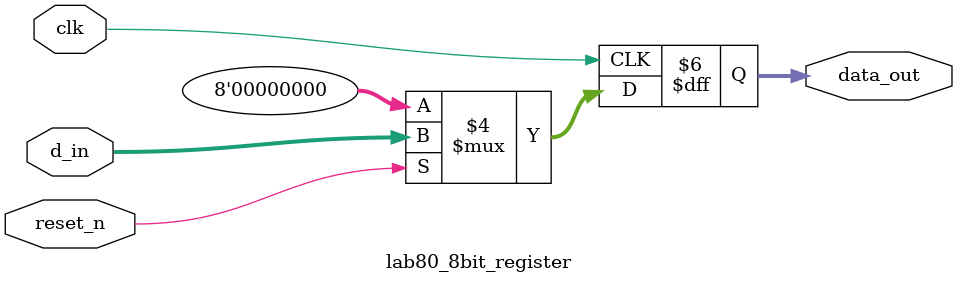
<source format=v>
`timescale 1ns / 1ps



//rtl code to design 8 bit register in which we are including active low synchronous reset using `define compilation technique.

`define INCLUDE_RESET
module lab80_8bit_register(
                            input [7:0] d_in,
                            input clk,
                            `ifdef INCLUDE_RESET
                            input reset_n,
                            `endif
                            output reg [7:0] data_out
                            );
always@(posedge clk)
    begin
        `ifdef INCLUDE_RESET
            if(!reset_n)
            data_out <= 8'b0;
        `endif
            else
            data_out <= d_in;
    end

endmodule

</source>
